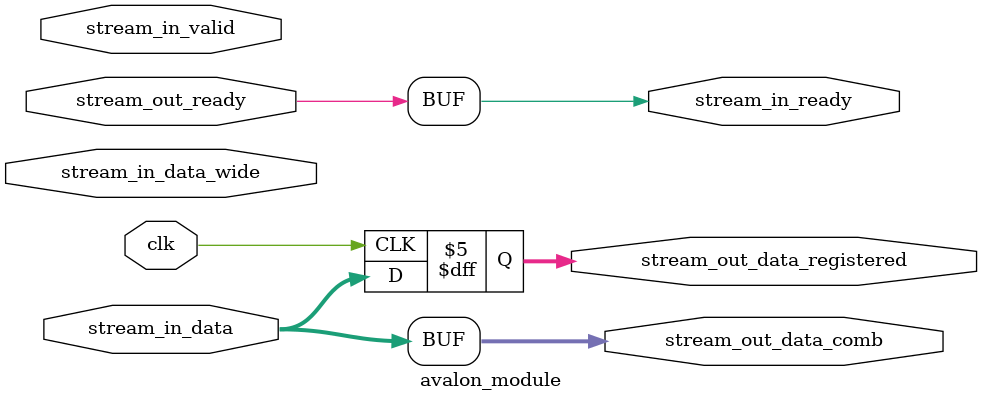
<source format=v>
`timescale 1 ps / 1 ps

module avalon_module (
    input                                       clk,

    output reg                                  stream_in_ready,
    input                                       stream_in_valid,
    input  [7:0]                                stream_in_data,
    input  [63:0]                               stream_in_data_wide,

    input                                       stream_out_ready,
    output reg [7:0]                            stream_out_data_comb,
    output reg [7:0]                            stream_out_data_registered
);

always @(posedge clk)
    stream_out_data_registered <= stream_in_data;

always @(stream_in_data)
    stream_out_data_comb = stream_in_data;

always @(stream_out_ready)
    stream_in_ready      = stream_out_ready;


initial begin
     $dumpfile("waveform.vcd");
     $dumpvars(0,avalon_module);

//   TODO: Move into a separate test
//     #500000 $fail_test("Test timed out, failing...");
end

endmodule

</source>
